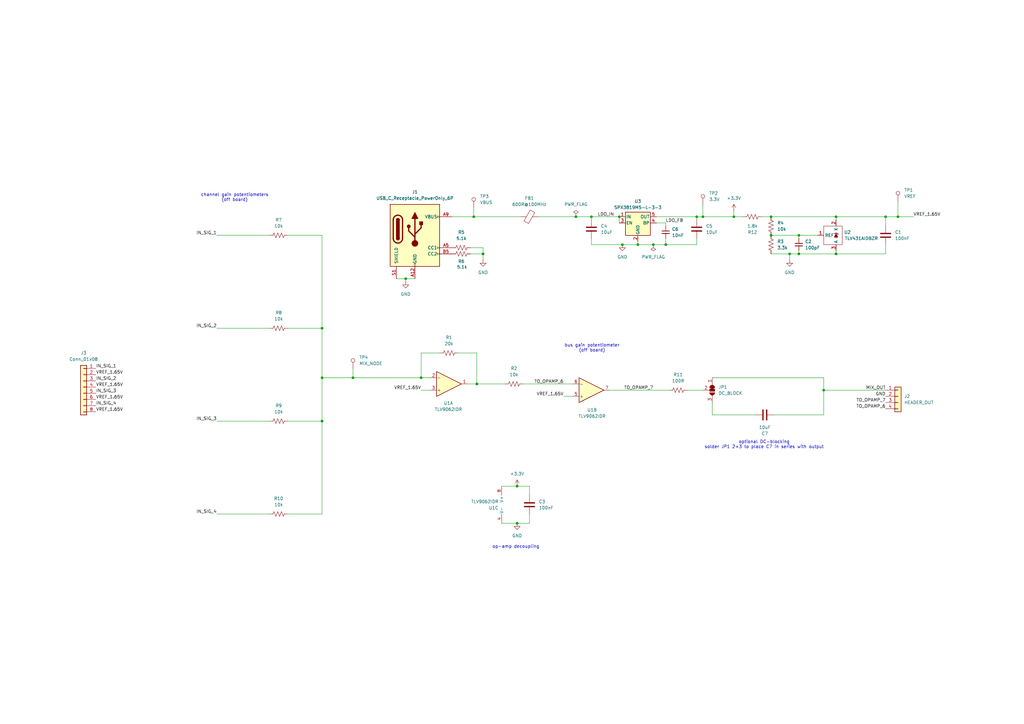
<source format=kicad_sch>
(kicad_sch (version 20250114) (generator "eeschema") (generator_version "9.0")
  (paper "A3")
  (lib_symbols
    (symbol "Amplifier_Operational:TLV9062" (pin_names (offset 0.127))
      (property "Reference" "U" (at 0 5.08 0))
      (property "Value" "TLV9062" (at 0 -5.08 0))
      (symbol "TLV9062_1_1"
        (polyline (pts (xy -5.08 5.08) (xy 5.08 0) (xy -5.08 -5.08) (xy -5.08 5.08)) (stroke (width 0.254)) (fill (type background)))
        (pin input line (at -7.62 2.54 0) (length 2.54) (name "+") (number "3"))
        (pin input line (at -7.62 -2.54 0) (length 2.54) (name "-") (number "2"))
        (pin output line (at 7.62 0 180) (length 2.54) (name "~") (number "1"))
      )
      (symbol "TLV9062_2_1"
        (polyline (pts (xy -5.08 5.08) (xy 5.08 0) (xy -5.08 -5.08) (xy -5.08 5.08)) (stroke (width 0.254)) (fill (type background)))
        (pin input line (at -7.62 2.54 0) (length 2.54) (name "+") (number "5"))
        (pin input line (at -7.62 -2.54 0) (length 2.54) (name "-") (number "6"))
        (pin output line (at 7.62 0 180) (length 2.54) (name "~") (number "7"))
      )
      (symbol "TLV9062_3_1"
        (pin power_in line (at -2.54 7.62 270) (length 3.81) (name "V+") (number "8"))
        (pin power_in line (at -2.54 -7.62 90) (length 3.81) (name "V-") (number "4"))
      )
    )
    (symbol "Connector:TestPoint" (pin_numbers (hide yes)) (pin_names (offset 0.762) (hide yes))
      (property "Reference" "TP" (at 0 6.858 0))
      (property "Value" "TestPoint" (at 0 5.08 0))
      (symbol "TestPoint_0_1"
        (circle (center 0 3.302) (radius 0.762))
      )
      (symbol "TestPoint_1_1"
        (pin passive line (at 0 0 90) (length 2.54) (name "1") (number "1"))
      )
    )
    (symbol "Connector:USB_C_Receptacle_PowerOnly_6P" (pin_names (offset 1.016))
      (property "Reference" "J" (at 0 16.51 0))
      (property "Value" "USB_C_Receptacle_PowerOnly_6P" (at 0 13.97 0))
      (symbol "USB_C_Receptacle_PowerOnly_6P_0_0"
        (rectangle (start -0.254 -12.7) (end 0.254 -11.684))
        (rectangle (start 10.16 7.874) (end 9.144 7.366))
        (rectangle (start 10.16 -4.826) (end 9.144 -5.334))
        (rectangle (start 10.16 -7.366) (end 9.144 -7.874))
      )
      (symbol "USB_C_Receptacle_PowerOnly_6P_0_1"
        (rectangle (start -10.16 12.7) (end 10.16 -12.7) (stroke (width 0.254)) (fill (type background)))
        (polyline (pts (xy -8.89 -1.27) (xy -8.89 6.35)) (stroke (width 0.508)))
        (rectangle (start -7.62 -1.27) (end -6.35 6.35) (stroke (width 0.254)) (fill (type outline)))
        (arc (start -7.62 6.35) (mid -6.985 6.9823) (end -6.35 6.35) (stroke (width 0.254)))
        (arc (start -7.62 6.35) (mid -6.985 6.9823) (end -6.35 6.35) (stroke (width 0.254)) (fill (type outline)))
        (arc (start -8.89 6.35) (mid -6.985 8.2467) (end -5.08 6.35) (stroke (width 0.508)))
        (arc (start -5.08 -1.27) (mid -6.985 -3.1667) (end -8.89 -1.27) (stroke (width 0.508)))
        (arc (start -6.35 -1.27) (mid -6.985 -1.9023) (end -7.62 -1.27) (stroke (width 0.254)))
        (arc (start -6.35 -1.27) (mid -6.985 -1.9023) (end -7.62 -1.27) (stroke (width 0.254)) (fill (type outline)))
        (polyline (pts (xy -5.08 6.35) (xy -5.08 -1.27)) (stroke (width 0.508)))
        (circle (center -2.54 3.683) (radius 0.635) (stroke (width 0.254)) (fill (type outline)))
        (polyline (pts (xy -1.27 6.858) (xy 0 9.398) (xy 1.27 6.858) (xy -1.27 6.858)) (stroke (width 0.254)) (fill (type outline)))
        (polyline (pts (xy 0 0.508) (xy 2.54 3.048) (xy 2.54 4.318)) (stroke (width 0.508)))
        (polyline (pts (xy 0 -0.762) (xy -2.54 1.778) (xy -2.54 3.048)) (stroke (width 0.508)))
        (polyline (pts (xy 0 -3.302) (xy 0 6.858)) (stroke (width 0.508)))
        (circle (center 0 -3.302) (radius 1.27) (fill (type outline)))
        (rectangle (start 1.905 4.318) (end 3.175 5.588) (stroke (width 0.254)) (fill (type outline)))
      )
      (symbol "USB_C_Receptacle_PowerOnly_6P_1_1"
        (pin passive line (at -7.62 -17.78 90) (length 5.08) (name "SHIELD") (number "S1"))
        (pin passive line (at 0 -17.78 90) (length 5.08) (name "GND") (number "A12"))
        (pin passive line (at 0 -17.78 90) (length 5.08) (hide yes) (name "GND") (number "B12"))
        (pin passive line (at 15.24 7.62 180) (length 5.08) (name "VBUS") (number "A9"))
        (pin passive line (at 15.24 7.62 180) (length 5.08) (hide yes) (name "VBUS") (number "B9"))
        (pin bidirectional line (at 15.24 -5.08 180) (length 5.08) (name "CC1") (number "A5"))
        (pin bidirectional line (at 15.24 -7.62 180) (length 5.08) (name "CC2") (number "B5"))
      )
    )
    (symbol "Connector_Generic:Conn_01x04" (pin_names (offset 1.016) (hide yes))
      (property "Reference" "J" (at 0 5.08 0))
      (property "Value" "Conn_01x04" (at 0 -7.62 0))
      (symbol "Conn_01x04_1_1"
        (rectangle (start -1.27 3.81) (end 1.27 -6.35) (stroke (width 0.254)) (fill (type background)))
        (rectangle (start -1.27 2.667) (end 0 2.413) (stroke (width 0.1524)))
        (rectangle (start -1.27 0.127) (end 0 -0.127) (stroke (width 0.1524)))
        (rectangle (start -1.27 -2.413) (end 0 -2.667) (stroke (width 0.1524)))
        (rectangle (start -1.27 -4.953) (end 0 -5.207) (stroke (width 0.1524)))
        (pin passive line (at -5.08 2.54 0) (length 3.81) (name "Pin_1") (number "1"))
        (pin passive line (at -5.08 0 0) (length 3.81) (name "Pin_2") (number "2"))
        (pin passive line (at -5.08 -2.54 0) (length 3.81) (name "Pin_3") (number "3"))
        (pin passive line (at -5.08 -5.08 0) (length 3.81) (name "Pin_4") (number "4"))
      )
    )
    (symbol "Connector_Generic:Conn_01x08" (pin_names (offset 1.016) (hide yes))
      (property "Reference" "J" (at 0 10.16 0))
      (property "Value" "Conn_01x08" (at 0 -12.7 0))
      (symbol "Conn_01x08_1_1"
        (rectangle (start -1.27 8.89) (end 1.27 -11.43) (stroke (width 0.254)) (fill (type background)))
        (rectangle (start -1.27 7.747) (end 0 7.493) (stroke (width 0.1524)))
        (rectangle (start -1.27 5.207) (end 0 4.953) (stroke (width 0.1524)))
        (rectangle (start -1.27 2.667) (end 0 2.413) (stroke (width 0.1524)))
        (rectangle (start -1.27 0.127) (end 0 -0.127) (stroke (width 0.1524)))
        (rectangle (start -1.27 -2.413) (end 0 -2.667) (stroke (width 0.1524)))
        (rectangle (start -1.27 -4.953) (end 0 -5.207) (stroke (width 0.1524)))
        (rectangle (start -1.27 -7.493) (end 0 -7.747) (stroke (width 0.1524)))
        (rectangle (start -1.27 -10.033) (end 0 -10.287) (stroke (width 0.1524)))
        (pin passive line (at -5.08 7.62 0) (length 3.81) (name "Pin_1") (number "1"))
        (pin passive line (at -5.08 5.08 0) (length 3.81) (name "Pin_2") (number "2"))
        (pin passive line (at -5.08 2.54 0) (length 3.81) (name "Pin_3") (number "3"))
        (pin passive line (at -5.08 0 0) (length 3.81) (name "Pin_4") (number "4"))
        (pin passive line (at -5.08 -2.54 0) (length 3.81) (name "Pin_5") (number "5"))
        (pin passive line (at -5.08 -5.08 0) (length 3.81) (name "Pin_6") (number "6"))
        (pin passive line (at -5.08 -7.62 0) (length 3.81) (name "Pin_7") (number "7"))
        (pin passive line (at -5.08 -10.16 0) (length 3.81) (name "Pin_8") (number "8"))
      )
    )
    (symbol "Device:C" (pin_numbers (hide yes)) (pin_names (offset 0.254))
      (property "Reference" "C" (at 0.635 2.54 0))
      (property "Value" "C" (at 0.635 -2.54 0))
      (symbol "C_0_1"
        (polyline (pts (xy -2.032 0.762) (xy 2.032 0.762)) (stroke (width 0.508)))
        (polyline (pts (xy -2.032 -0.762) (xy 2.032 -0.762)) (stroke (width 0.508)))
      )
      (symbol "C_1_1"
        (pin passive line (at 0 3.81 270) (length 2.794) (name "~") (number "1"))
        (pin passive line (at 0 -3.81 90) (length 2.794) (name "~") (number "2"))
      )
    )
    (symbol "Device:C_Small" (pin_numbers (hide yes)) (pin_names (offset 0.254) (hide yes))
      (property "Reference" "C" (at 0.254 1.778 0))
      (property "Value" "C_Small" (at 0.254 -2.032 0))
      (symbol "C_Small_0_1"
        (polyline (pts (xy -1.524 0.508) (xy 1.524 0.508)) (stroke (width 0.3048)))
        (polyline (pts (xy -1.524 -0.508) (xy 1.524 -0.508)) (stroke (width 0.3302)))
      )
      (symbol "C_Small_1_1"
        (pin passive line (at 0 2.54 270) (length 2.032) (name "~") (number "1"))
        (pin passive line (at 0 -2.54 90) (length 2.032) (name "~") (number "2"))
      )
    )
    (symbol "Device:FerriteBead" (pin_numbers (hide yes)) (pin_names (offset 0))
      (property "Reference" "FB" (at -3.81 0.635 90))
      (property "Value" "FerriteBead" (at 3.81 0 90))
      (symbol "FerriteBead_0_1"
        (polyline (pts (xy -2.7686 0.4064) (xy -1.7018 2.2606) (xy 2.7686 -0.3048) (xy 1.6764 -2.159) (xy -2.7686 0.4064)))
        (polyline (pts (xy 0 1.27) (xy 0 1.2954)))
        (polyline (pts (xy 0 -1.27) (xy 0 -1.2192)))
      )
      (symbol "FerriteBead_1_1"
        (pin passive line (at 0 3.81 270) (length 2.54) (name "~") (number "1"))
        (pin passive line (at 0 -3.81 90) (length 2.54) (name "~") (number "2"))
      )
    )
    (symbol "Device:R_US" (pin_numbers (hide yes)) (pin_names (offset 0))
      (property "Reference" "R" (at 2.54 0 90))
      (property "Value" "R_US" (at -2.54 0 90))
      (symbol "R_US_0_1"
        (polyline (pts (xy 0 2.286) (xy 0 2.54)))
        (polyline (pts (xy 0 2.286) (xy 1.016 1.905) (xy 0 1.524) (xy -1.016 1.143) (xy 0 0.762)))
        (polyline (pts (xy 0 0.762) (xy 1.016 0.381) (xy 0 0) (xy -1.016 -0.381) (xy 0 -0.762)))
        (polyline (pts (xy 0 -0.762) (xy 1.016 -1.143) (xy 0 -1.524) (xy -1.016 -1.905) (xy 0 -2.286)))
        (polyline (pts (xy 0 -2.286) (xy 0 -2.54)))
      )
      (symbol "R_US_1_1"
        (pin passive line (at 0 3.81 270) (length 1.27) (name "~") (number "1"))
        (pin passive line (at 0 -3.81 90) (length 1.27) (name "~") (number "2"))
      )
    )
    (symbol "Jumper:SolderJumper_3_Bridged12" (pin_names (offset 0) (hide yes)) (in_bom no)
      (property "Reference" "JP" (at -2.54 -2.54 0))
      (property "Value" "SolderJumper_3_Bridged12" (at 0 2.794 0))
      (symbol "SolderJumper_3_Bridged12_0_1"
        (polyline (pts (xy -2.54 0) (xy -2.032 0)))
        (polyline (pts (xy -1.016 1.016) (xy -1.016 -1.016)))
        (rectangle (start -1.016 0.508) (end -0.508 -0.508) (fill (type outline)))
        (arc (start -1.016 -1.016) (mid -2.0276 0) (end -1.016 1.016))
        (arc (start -1.016 -1.016) (mid -2.0276 0) (end -1.016 1.016) (fill (type outline)))
        (rectangle (start -0.508 1.016) (end 0.508 -1.016) (fill (type outline)))
        (polyline (pts (xy 0 -1.27) (xy 0 -1.016)))
        (arc (start 1.016 1.016) (mid 2.0276 0) (end 1.016 -1.016))
        (arc (start 1.016 1.016) (mid 2.0276 0) (end 1.016 -1.016) (fill (type outline)))
        (polyline (pts (xy 1.016 1.016) (xy 1.016 -1.016)))
        (polyline (pts (xy 2.54 0) (xy 2.032 0)))
      )
      (symbol "SolderJumper_3_Bridged12_1_1"
        (pin passive line (at -5.08 0 0) (length 2.54) (name "A") (number "1"))
        (pin passive line (at 0 -3.81 90) (length 2.54) (name "C") (number "2"))
        (pin passive line (at 5.08 0 180) (length 2.54) (name "B") (number "3"))
      )
    )
    (symbol "Reference_Voltage:TL431DBZ"
      (property "Reference" "U2" (at 1.2701 -2.54 90))
      (property "Value" "TLV431AIDBZR" (at -1.2699 -2.54 90))
      (symbol "TL431DBZ_0_1"
        (rectangle (start -3.81 5.08) (end 3.81 -2.54))
        (polyline (pts (xy -1.27 0) (xy 0 0) (xy 1.27 0)))
        (polyline (pts (xy -0.762 -0.762) (xy -0.762 0.762) (xy 0.762 0) (xy -0.762 -0.762)) (fill (type outline)))
        (polyline (pts (xy 0.254 -0.762) (xy 0.762 -0.762) (xy 0.762 0.762) (xy 0.762 0.762)) (stroke (width 0.254)))
      )
      (symbol "TL431DBZ_1_1"
        (pin passive line (at -6.35 0 0) (length 2.54) (name "A") (number "3"))
        (pin passive line (at 0 7.62 270) (length 2.54) (name "REF") (number "1"))
        (pin passive line (at 6.35 0 180) (length 2.54) (name "K") (number "2"))
      )
    )
    (symbol "Regulator_Linear:SPX3819M5-L-3-3" (pin_names (offset 0.254))
      (property "Reference" "U" (at -3.81 5.715 0))
      (property "Value" "SPX3819M5-L-3-3" (at 0 5.715 0))
      (symbol "SPX3819M5-L-3-3_0_1"
        (rectangle (start -5.08 4.445) (end 5.08 -5.08) (stroke (width 0.254)) (fill (type background)))
      )
      (symbol "SPX3819M5-L-3-3_1_1"
        (pin power_in line (at -7.62 2.54 0) (length 2.54) (name "IN") (number "1"))
        (pin input line (at -7.62 0 0) (length 2.54) (name "EN") (number "3"))
        (pin power_in line (at 0 -7.62 90) (length 2.54) (name "GND") (number "2"))
        (pin power_out line (at 7.62 2.54 180) (length 2.54) (name "OUT") (number "5"))
        (pin input line (at 7.62 0 180) (length 2.54) (name "BP") (number "4"))
      )
    )
    (symbol "power:+3.3V" (power) (pin_numbers (hide yes)) (pin_names (offset 0) (hide yes))
      (property "Value" "+3.3V" (at 0 3.556 0))
      (symbol "+3.3V_0_1"
        (polyline (pts (xy -0.762 1.27) (xy 0 2.54)))
        (polyline (pts (xy 0 2.54) (xy 0.762 1.27)))
        (polyline (pts (xy 0 0) (xy 0 2.54)))
      )
      (symbol "+3.3V_1_1"
        (pin power_in line (at 0 0 90) (length 0) (name "~") (number "1"))
      )
    )
    (symbol "power:GND" (power) (pin_numbers (hide yes)) (pin_names (offset 0) (hide yes))
      (property "Value" "GND" (at 0 -3.81 0))
      (symbol "GND_0_1"
        (polyline (pts (xy 0 0) (xy 0 -1.27) (xy 1.27 -1.27) (xy 0 -2.54) (xy -1.27 -1.27) (xy 0 -1.27)))
      )
      (symbol "GND_1_1"
        (pin power_in line (at 0 0 270) (length 0) (name "~") (number "1"))
      )
    )
    (symbol "power:PWR_FLAG" (power) (pin_numbers (hide yes)) (pin_names (offset 0) (hide yes))
      (property "Value" "PWR_FLAG" (at 0 3.81 0))
      (symbol "PWR_FLAG_0_0"
        (pin power_out line (at 0 0 90) (length 0) (name "~") (number "1"))
      )
      (symbol "PWR_FLAG_0_1"
        (polyline (pts (xy 0 0) (xy 0 1.27) (xy -1.016 1.905) (xy 0 2.54) (xy 1.016 1.905) (xy 0 1.27)))
      )
    )
  )
  (text "bus gain potentiometer\n(off board)" (at 242.824 142.748 0) (effects (font (size 1.27 1.27))))
  (text "channel gain potentiometers\n(off board)" (at 96.266 81.026 0) (effects (font (size 1.27 1.27))))
  (text "op-amp decoupling" (at 211.582 224.282 0) (effects (font (size 1.27 1.27))))
  (text "optional DC-blocking\nsolder JP1 2+3 to place C7 in series with output" (at 313.436 182.372 0) (effects (font (size 1.27 1.27))))
  (junction (at 316.23 88.9))
  (junction (at 342.9 104.14))
  (junction (at 342.9 88.9))
  (junction (at 212.09 214.63))
  (junction (at 327.66 96.52))
  (junction (at 172.72 154.94))
  (junction (at 368.3 88.9))
  (junction (at 288.29 88.9))
  (junction (at 255.27 100.33))
  (junction (at 254 88.9))
  (junction (at 337.82 160.02))
  (junction (at 198.12 104.14))
  (junction (at 300.99 88.9))
  (junction (at 236.22 88.9))
  (junction (at 132.08 154.94))
  (junction (at 194.31 88.9))
  (junction (at 132.08 172.72))
  (junction (at 363.22 88.9))
  (junction (at 327.66 104.14))
  (junction (at 242.57 88.9))
  (junction (at 195.58 157.48))
  (junction (at 267.97 100.33))
  (junction (at 285.75 88.9))
  (junction (at 212.09 199.39))
  (junction (at 323.85 104.14))
  (junction (at 166.37 114.3))
  (junction (at 261.62 100.33))
  (junction (at 316.23 96.52))
  (junction (at 132.08 134.62))
  (junction (at 144.78 154.94))
  (junction (at 273.05 100.33))
  (wire (pts (xy 316.23 88.9) (xy 342.9 88.9)))
  (wire (pts (xy 212.09 199.39) (xy 205.74 199.39)))
  (wire (pts (xy 261.62 100.33) (xy 261.62 99.06)))
  (wire (pts (xy 368.3 82.55) (xy 368.3 88.9)))
  (wire (pts (xy 166.37 114.3) (xy 170.18 114.3)))
  (wire (pts (xy 217.17 210.82) (xy 217.17 214.63)))
  (wire (pts (xy 198.12 104.14) (xy 198.12 106.68)))
  (wire (pts (xy 88.9 96.52) (xy 110.49 96.52)))
  (wire (pts (xy 363.22 88.9) (xy 368.3 88.9)))
  (wire (pts (xy 191.77 157.48) (xy 195.58 157.48)))
  (wire (pts (xy 132.08 154.94) (xy 144.78 154.94)))
  (wire (pts (xy 337.82 160.02) (xy 363.22 160.02)))
  (wire (pts (xy 242.57 100.33) (xy 255.27 100.33)))
  (wire (pts (xy 337.82 160.02) (xy 337.82 170.18)))
  (wire (pts (xy 267.97 100.33) (xy 273.05 100.33)))
  (wire (pts (xy 88.9 134.62) (xy 110.49 134.62)))
  (wire (pts (xy 217.17 203.2) (xy 217.17 199.39)))
  (wire (pts (xy 220.98 88.9) (xy 236.22 88.9)))
  (wire (pts (xy 194.31 88.9) (xy 213.36 88.9)))
  (wire (pts (xy 337.82 154.94) (xy 337.82 160.02)))
  (wire (pts (xy 255.27 100.33) (xy 261.62 100.33)))
  (wire (pts (xy 250.19 160.02) (xy 274.32 160.02)))
  (wire (pts (xy 187.96 144.78) (xy 195.58 144.78)))
  (wire (pts (xy 214.63 157.48) (xy 234.95 157.48)))
  (wire (pts (xy 273.05 91.44) (xy 273.05 92.71)))
  (wire (pts (xy 316.23 104.14) (xy 323.85 104.14)))
  (wire (pts (xy 273.05 100.33) (xy 285.75 100.33)))
  (wire (pts (xy 312.42 88.9) (xy 316.23 88.9)))
  (wire (pts (xy 144.78 154.94) (xy 172.72 154.94)))
  (wire (pts (xy 88.9 210.82) (xy 110.49 210.82)))
  (wire (pts (xy 323.85 104.14) (xy 327.66 104.14)))
  (wire (pts (xy 118.11 172.72) (xy 132.08 172.72)))
  (wire (pts (xy 285.75 90.17) (xy 285.75 88.9)))
  (wire (pts (xy 172.72 144.78) (xy 172.72 154.94)))
  (wire (pts (xy 217.17 214.63) (xy 212.09 214.63)))
  (wire (pts (xy 236.22 88.9) (xy 242.57 88.9)))
  (wire (pts (xy 242.57 88.9) (xy 242.57 90.17)))
  (wire (pts (xy 132.08 134.62) (xy 132.08 154.94)))
  (wire (pts (xy 162.56 114.3) (xy 166.37 114.3)))
  (wire (pts (xy 285.75 88.9) (xy 288.29 88.9)))
  (wire (pts (xy 363.22 104.14) (xy 363.22 100.33)))
  (wire (pts (xy 327.66 104.14) (xy 342.9 104.14)))
  (wire (pts (xy 172.72 154.94) (xy 176.53 154.94)))
  (wire (pts (xy 261.62 100.33) (xy 267.97 100.33)))
  (wire (pts (xy 342.9 90.17) (xy 342.9 88.9)))
  (wire (pts (xy 176.53 160.02) (xy 172.72 160.02)))
  (wire (pts (xy 269.24 91.44) (xy 273.05 91.44)))
  (wire (pts (xy 285.75 100.33) (xy 285.75 97.79)))
  (wire (pts (xy 195.58 157.48) (xy 207.01 157.48)))
  (wire (pts (xy 292.1 170.18) (xy 309.88 170.18)))
  (wire (pts (xy 323.85 104.14) (xy 323.85 106.68)))
  (wire (pts (xy 212.09 214.63) (xy 205.74 214.63)))
  (wire (pts (xy 342.9 102.87) (xy 342.9 104.14)))
  (wire (pts (xy 327.66 96.52) (xy 335.28 96.52)))
  (wire (pts (xy 300.99 86.36) (xy 300.99 88.9)))
  (wire (pts (xy 292.1 154.94) (xy 337.82 154.94)))
  (wire (pts (xy 195.58 157.48) (xy 195.58 144.78)))
  (wire (pts (xy 273.05 97.79) (xy 273.05 100.33)))
  (wire (pts (xy 132.08 96.52) (xy 132.08 134.62)))
  (wire (pts (xy 132.08 172.72) (xy 132.08 210.82)))
  (wire (pts (xy 166.37 114.3) (xy 166.37 115.57)))
  (wire (pts (xy 172.72 144.78) (xy 180.34 144.78)))
  (wire (pts (xy 368.3 88.9) (xy 374.65 88.9)))
  (wire (pts (xy 281.94 160.02) (xy 288.29 160.02)))
  (wire (pts (xy 316.23 96.52) (xy 327.66 96.52)))
  (wire (pts (xy 242.57 88.9) (xy 254 88.9)))
  (wire (pts (xy 88.9 172.72) (xy 110.49 172.72)))
  (wire (pts (xy 194.31 85.09) (xy 194.31 88.9)))
  (wire (pts (xy 118.11 134.62) (xy 132.08 134.62)))
  (wire (pts (xy 363.22 92.71) (xy 363.22 88.9)))
  (wire (pts (xy 342.9 88.9) (xy 363.22 88.9)))
  (wire (pts (xy 198.12 101.6) (xy 198.12 104.14)))
  (wire (pts (xy 269.24 88.9) (xy 285.75 88.9)))
  (wire (pts (xy 342.9 104.14) (xy 363.22 104.14)))
  (wire (pts (xy 217.17 199.39) (xy 212.09 199.39)))
  (wire (pts (xy 317.5 170.18) (xy 337.82 170.18)))
  (wire (pts (xy 327.66 96.52) (xy 327.66 97.79)))
  (wire (pts (xy 231.14 162.56) (xy 234.95 162.56)))
  (wire (pts (xy 132.08 154.94) (xy 132.08 172.72)))
  (wire (pts (xy 118.11 96.52) (xy 132.08 96.52)))
  (wire (pts (xy 193.04 104.14) (xy 198.12 104.14)))
  (wire (pts (xy 292.1 165.1) (xy 292.1 170.18)))
  (wire (pts (xy 327.66 102.87) (xy 327.66 104.14)))
  (wire (pts (xy 193.04 101.6) (xy 198.12 101.6)))
  (wire (pts (xy 242.57 97.79) (xy 242.57 100.33)))
  (wire (pts (xy 300.99 88.9) (xy 304.8 88.9)))
  (wire (pts (xy 254 88.9) (xy 254 91.44)))
  (wire (pts (xy 118.11 210.82) (xy 132.08 210.82)))
  (wire (pts (xy 144.78 151.13) (xy 144.78 154.94)))
  (wire (pts (xy 185.42 88.9) (xy 194.31 88.9)))
  (wire (pts (xy 288.29 88.9) (xy 300.99 88.9)))
  (wire (pts (xy 288.29 83.82) (xy 288.29 88.9)))
  (label "IN_SIG_1" (at 39.37 151.13 0))
  (label "TO_OPAMP_7" (at 363.22 165.1 180))
  (label "MIX_OUT" (at 363.22 160.02 180))
  (label "VREF_1.65V" (at 39.37 168.91 0))
  (label "TO_OPAMP_7" (at 267.97 160.02 180))
  (label "VREF_1.65V" (at 39.37 163.83 0))
  (label "IN_SIG_4" (at 88.9 210.82 180))
  (label "VREF_1.65V" (at 39.37 158.75 0))
  (label "VREF_1.65V" (at 231.14 162.56 180))
  (label "LDO_IN" (at 245.11 88.9 0))
  (label "TO_OPAMP_6" (at 231.14 157.48 180))
  (label "IN_SIG_4" (at 39.37 166.37 0))
  (label "IN_SIG_2" (at 88.9 134.62 180))
  (label "VREF_1.65V" (at 374.65 88.9 0))
  (label "IN_SIG_1" (at 88.9 96.52 180))
  (label "TO_OPAMP_6" (at 363.22 167.64 180))
  (label "IN_SIG_3" (at 39.37 161.29 0))
  (label "VREF_1.65V" (at 39.37 153.67 0))
  (label "IN_SIG_2" (at 39.37 156.21 0))
  (label "IN_SIG_3" (at 88.9 172.72 180))
  (label "VREF_1.65V" (at 172.72 160.02 180))
  (label "GND" (at 363.22 162.56 180))
  (label "LDO_FB" (at 273.05 91.44 0))
  (symbol (lib_id "Amplifier_Operational:TLV9062") (at 184.15 157.48 0) (mirror x) (unit 1)
    (property "Reference" "U1" (at 183.896 165.354 0))
    (property "Value" "TLV9062IDR" (at 183.896 167.894 0))
    (property "Footprint" "Package_SO:SOIC-8_3.9x4.9mm_P1.27mm" (effects (hide yes)))
    (property "Datasheet" "https://www.ti.com/lit/ds/symlink/tlv9062.pdf" (effects (hide yes)))
    (property "Description" "Dual Operational Amplifiers, SOIC-8/TSSOP-8/VSSOP-8" (effects (hide yes)))
  )
  (symbol (lib_id "Device:R_US") (at 189.23 101.6 90) (unit 1)
    (property "Reference" "R5" (at 189.23 95.25 90))
    (property "Value" "5.1k" (at 189.23 97.79 90))
    (property "Footprint" "Resistor_SMD:R_0603_1608Metric" (effects (hide yes)))
    (property "Description" "Resistor, US symbol" (effects (hide yes)))
  )
  (symbol (lib_id "Device:R_US") (at 278.13 160.02 90) (unit 1)
    (property "Reference" "R11" (at 278.13 153.67 90))
    (property "Value" "100R" (at 278.13 156.21 90))
    (property "Footprint" "Resistor_SMD:R_0603_1608Metric" (effects (hide yes)))
    (property "Description" "Resistor, US symbol" (effects (hide yes)))
  )
  (symbol (lib_id "Device:R_US") (at 308.61 88.9 90) (unit 1)
    (property "Reference" "R12" (at 308.61 95.25 90))
    (property "Value" "1.8k" (at 308.61 92.71 90))
    (property "Footprint" "Resistor_SMD:R_0603_1608Metric" (effects (hide yes)))
    (property "Description" "Resistor, US symbol" (effects (hide yes)))
  )
  (symbol (lib_id "Connector:TestPoint") (at 288.29 83.82 0) (unit 1)
    (property "Reference" "TP2" (at 290.83 79.2479 0) (effects (justify left)))
    (property "Value" "3.3V" (at 290.83 81.7879 0) (effects (justify left)))
    (property "Footprint" "TestPoint:TestPoint_THTPad_D2.0mm_Drill1.0mm" (effects (hide yes)))
    (property "Description" "test point" (effects (hide yes)))
  )
  (symbol (lib_id "Jumper:SolderJumper_3_Bridged12") (at 292.1 160.02 270) (unit 1) (in_bom no)
    (property "Reference" "JP1" (at 294.64 158.7499 90) (effects (justify left)))
    (property "Value" "DC_BLOCK" (at 294.64 161.2899 90) (effects (justify left)))
    (property "Footprint" "elemental_jumper:SolderJumper-3_P1.3mm_Open_RoundedPad1.0x1.5mm" (effects (hide yes)))
    (property "Description" "3-pole Solder Jumper, pins 1+2 closed/bridged" (effects (hide yes)))
  )
  (symbol (lib_id "Device:R_US") (at 114.3 172.72 90) (unit 1)
    (property "Reference" "R9" (at 114.3 166.37 90))
    (property "Value" "10k" (at 114.3 168.91 90))
    (property "Footprint" "Resistor_SMD:R_0603_1608Metric" (effects (hide yes)))
    (property "Description" "Resistor, US symbol" (effects (hide yes)))
  )
  (symbol (lib_id "Regulator_Linear:SPX3819M5-L-3-3") (at 261.62 91.44 0) (unit 1)
    (property "Reference" "U3" (at 261.62 82.55 0))
    (property "Value" "SPX3819M5-L-3-3" (at 261.62 85.09 0))
    (property "Footprint" "Package_TO_SOT_SMD:SOT-23-5" (effects (hide yes)))
    (property "Datasheet" "https://www.exar.com/content/document.ashx?id=22106&languageid=1033&type=Datasheet&partnumber=SPX3819&filename=SPX3819.pdf&part=SPX3819" (effects (hide yes)))
    (property "Description" "500mA Low drop-out regulator, Fixed Output 3.3V, SOT-23-5" (effects (hide yes)))
  )
  (symbol (lib_id "Device:C") (at 285.75 93.98 0) (unit 1)
    (property "Reference" "C5" (at 289.56 92.7099 0) (effects (justify left)))
    (property "Value" "10uF" (at 289.56 95.2499 0) (effects (justify left)))
    (property "Footprint" "Capacitor_SMD:C_1206_3216Metric" (effects (hide yes)))
    (property "Description" "Unpolarized capacitor" (effects (hide yes)))
  )
  (symbol (lib_id "power:PWR_FLAG") (at 236.22 88.9 0) (unit 1)
    (property "Reference" "#FLG01" (effects (hide yes)))
    (property "Value" "PWR_FLAG" (at 236.22 83.82 0))
    (property "Description" "Special symbol for telling ERC where power comes from" (effects (hide yes)))
  )
  (symbol (lib_id "Device:C") (at 313.69 170.18 270) (mirror x) (unit 1)
    (property "Reference" "C7" (at 313.69 177.8 90))
    (property "Value" "10uF" (at 313.69 175.26 90))
    (property "Footprint" "Capacitor_SMD:C_1206_3216Metric" (effects (hide yes)))
    (property "Description" "Unpolarized capacitor" (effects (hide yes)))
  )
  (symbol (lib_id "Device:R_US") (at 114.3 96.52 90) (unit 1)
    (property "Reference" "R7" (at 114.3 90.17 90))
    (property "Value" "10k" (at 114.3 92.71 90))
    (property "Footprint" "Resistor_SMD:R_0603_1608Metric" (effects (hide yes)))
    (property "Description" "Resistor, US symbol" (effects (hide yes)))
  )
  (symbol (lib_id "Device:FerriteBead") (at 217.17 88.9 90) (unit 1)
    (property "Reference" "FB1" (at 217.1192 81.28 90))
    (property "Value" "600R@100MHz" (at 217.1192 83.82 90))
    (property "Footprint" "Inductor_SMD:L_0805_2012Metric" (effects (hide yes)))
    (property "Description" "Ferrite bead" (effects (hide yes)))
  )
  (symbol (lib_id "power:GND") (at 212.09 214.63 0) (unit 1)
    (property "Reference" "#PWR04" (effects (hide yes)))
    (property "Value" "GND" (at 212.09 219.71 0))
    (property "Description" "Power symbol creates a global label with name \"GND\" , ground" (effects (hide yes)))
  )
  (symbol (lib_id "Device:R_US") (at 189.23 104.14 90) (unit 1)
    (property "Reference" "R6" (at 189.23 107.188 90))
    (property "Value" "5.1k" (at 189.484 109.474 90))
    (property "Footprint" "Resistor_SMD:R_0603_1608Metric" (effects (hide yes)))
    (property "Description" "Resistor, US symbol" (effects (hide yes)))
  )
  (symbol (lib_id "Device:C") (at 217.17 207.01 0) (unit 1)
    (property "Reference" "C3" (at 220.98 205.7399 0) (effects (justify left)))
    (property "Value" "100nF" (at 220.98 208.2799 0) (effects (justify left)))
    (property "Footprint" "Capacitor_SMD:C_0603_1608Metric" (effects (hide yes)))
    (property "Description" "Unpolarized capacitor" (effects (hide yes)))
  )
  (symbol (lib_id "Connector:TestPoint") (at 368.3 82.55 0) (unit 1)
    (property "Reference" "TP1" (at 370.84 77.9779 0) (effects (justify left)))
    (property "Value" "VREF" (at 370.84 80.5179 0) (effects (justify left)))
    (property "Footprint" "TestPoint:TestPoint_THTPad_D2.0mm_Drill1.0mm" (effects (hide yes)))
    (property "Description" "test point" (effects (hide yes)))
  )
  (symbol (lib_id "power:PWR_FLAG") (at 267.97 100.33 180) (unit 1)
    (property "Reference" "#FLG02" (effects (hide yes)))
    (property "Value" "PWR_FLAG" (at 267.97 105.41 0))
    (property "Description" "Special symbol for telling ERC where power comes from" (effects (hide yes)))
  )
  (symbol (lib_id "Device:C") (at 363.22 96.52 0) (unit 1)
    (property "Reference" "C1" (at 367.03 95.2499 0) (effects (justify left)))
    (property "Value" "100nF" (at 367.03 97.7899 0) (effects (justify left)))
    (property "Footprint" "Capacitor_SMD:C_0603_1608Metric" (effects (hide yes)))
    (property "Description" "Unpolarized capacitor" (effects (hide yes)))
  )
  (symbol (lib_id "Device:C_Small") (at 273.05 95.25 0) (unit 1)
    (property "Reference" "C6" (at 275.59 93.9862 0) (effects (justify left)))
    (property "Value" "10nF" (at 275.59 96.5262 0) (effects (justify left)))
    (property "Footprint" "Capacitor_SMD:C_0805_2012Metric" (effects (hide yes)))
    (property "Description" "Unpolarized capacitor, small symbol" (effects (hide yes)))
  )
  (symbol (lib_id "Amplifier_Operational:TLV9062") (at 208.28 207.01 0) (unit 3)
    (property "Reference" "U1" (at 204.47 208.2801 0) (effects (justify right)))
    (property "Value" "TLV9062IDR" (at 204.47 205.7401 0) (effects (justify right)))
    (property "Footprint" "Package_SO:SOIC-8_3.9x4.9mm_P1.27mm" (effects (hide yes)))
    (property "Datasheet" "https://www.ti.com/lit/ds/symlink/tlv9062.pdf" (effects (hide yes)))
    (property "Description" "Dual Operational Amplifiers, SOIC-8/TSSOP-8/VSSOP-8" (effects (hide yes)))
  )
  (symbol (lib_id "power:+3.3V") (at 300.99 86.36 0) (unit 1)
    (property "Reference" "#PWR08" (effects (hide yes)))
    (property "Value" "+3.3V" (at 300.99 81.28 0))
    (property "Description" "Power symbol creates a global label with name \"+3.3V\"" (effects (hide yes)))
  )
  (symbol (lib_id "power:GND") (at 323.85 106.68 0) (unit 1)
    (property "Reference" "#PWR01" (effects (hide yes)))
    (property "Value" "GND" (at 323.85 111.76 0))
    (property "Description" "Power symbol creates a global label with name \"GND\" , ground" (effects (hide yes)))
  )
  (symbol (lib_id "Device:R_US") (at 114.3 210.82 90) (unit 1)
    (property "Reference" "R10" (at 114.3 204.47 90))
    (property "Value" "10k" (at 114.3 207.01 90))
    (property "Footprint" "Resistor_SMD:R_0603_1608Metric" (effects (hide yes)))
    (property "Description" "Resistor, US symbol" (effects (hide yes)))
  )
  (symbol (lib_id "Connector_Generic:Conn_01x04") (at 368.3 162.56 0) (unit 1)
    (property "Reference" "J2" (at 370.84 162.5599 0) (effects (justify left)))
    (property "Value" "HEADER_OUT" (at 370.84 165.0999 0) (effects (justify left)))
    (property "Footprint" "Connector_PinHeader_2.54mm:PinHeader_1x04_P2.54mm_Vertical" (effects (hide yes)))
    (property "Description" "Generic connector, single row, 01x04, script generated (kicad-library-utils/schlib/autogen/connector/)" (effects (hide yes)))
  )
  (symbol (lib_id "Connector:USB_C_Receptacle_PowerOnly_6P") (at 170.18 96.52 0) (unit 1)
    (property "Reference" "J1" (at 170.18 78.74 0))
    (property "Value" "USB_C_Receptacle_PowerOnly_6P" (at 170.18 81.28 0))
    (property "Footprint" "Connector_USB:USB_C_Receptacle_HRO_TYPE-C-31-M-17" (effects (hide yes)))
    (property "Datasheet" "https://www.usb.org/sites/default/files/documents/usb_type-c.zip" (effects (hide yes)))
    (property "Description" "USB Power-Only 6P Type-C Receptacle connector" (effects (hide yes)))
  )
  (symbol (lib_id "Device:R_US") (at 316.23 92.71 0) (unit 1)
    (property "Reference" "R4" (at 318.77 91.4399 0) (effects (justify left)))
    (property "Value" "10k" (at 318.77 93.9799 0) (effects (justify left)))
    (property "Footprint" "Resistor_SMD:R_0603_1608Metric" (effects (hide yes)))
    (property "Description" "Resistor, US symbol" (effects (hide yes)))
  )
  (symbol (lib_id "Device:C_Small") (at 327.66 100.33 0) (unit 1)
    (property "Reference" "C2" (at 330.2 99.0662 0) (effects (justify left)))
    (property "Value" "100pF" (at 330.2 101.6062 0) (effects (justify left)))
    (property "Footprint" "Capacitor_SMD:C_0603_1608Metric" (effects (hide yes)))
    (property "Description" "Unpolarized capacitor, small symbol" (effects (hide yes)))
  )
  (symbol (lib_id "Reference_Voltage:TL431DBZ") (at 342.9 96.52 90) (unit 1)
    (property "Reference" "U2" (at 346.202 95.25 90) (effects (justify right)))
    (property "Value" "TLV431AIDBZR" (at 346.456 97.79 90) (effects (justify right)))
    (property "Footprint" "Package_TO_SOT_SMD:SOT-23-3" (effects (hide yes)))
    (property "Datasheet" "http://www.ti.com/lit/ds/symlink/tl431.pdf" (effects (hide yes)))
    (property "Description" "Shunt Regulator, SOT-23" (effects (hide yes)))
  )
  (symbol (lib_id "Amplifier_Operational:TLV9062") (at 242.57 160.02 0) (mirror x) (unit 2)
    (property "Reference" "U1" (at 242.824 168.148 0))
    (property "Value" "TLV9062IDR" (at 242.824 170.688 0))
    (property "Footprint" "Package_SO:SOIC-8_3.9x4.9mm_P1.27mm" (effects (hide yes)))
    (property "Datasheet" "https://www.ti.com/lit/ds/symlink/tlv9062.pdf" (effects (hide yes)))
    (property "Description" "Dual Operational Amplifiers, SOIC-8/TSSOP-8/VSSOP-8" (effects (hide yes)))
  )
  (symbol (lib_id "Connector:TestPoint") (at 194.31 85.09 0) (unit 1)
    (property "Reference" "TP3" (at 196.85 80.5179 0) (effects (justify left)))
    (property "Value" "VBUS" (at 196.85 83.0579 0) (effects (justify left)))
    (property "Footprint" "TestPoint:TestPoint_THTPad_D2.0mm_Drill1.0mm" (effects (hide yes)))
    (property "Description" "test point" (effects (hide yes)))
  )
  (symbol (lib_id "Device:C") (at 242.57 93.98 0) (unit 1)
    (property "Reference" "C4" (at 246.38 92.7099 0) (effects (justify left)))
    (property "Value" "10uF" (at 246.38 95.2499 0) (effects (justify left)))
    (property "Footprint" "Capacitor_SMD:C_1206_3216Metric" (effects (hide yes)))
    (property "Description" "Unpolarized capacitor" (effects (hide yes)))
  )
  (symbol (lib_id "Connector:TestPoint") (at 144.78 151.13 0) (unit 1)
    (property "Reference" "TP4" (at 147.32 146.5579 0) (effects (justify left)))
    (property "Value" "MIX_NODE" (at 147.32 149.0979 0) (effects (justify left)))
    (property "Footprint" "TestPoint:TestPoint_THTPad_D2.0mm_Drill1.0mm" (effects (hide yes)))
    (property "Description" "test point" (effects (hide yes)))
  )
  (symbol (lib_id "Device:R_US") (at 210.82 157.48 90) (unit 1)
    (property "Reference" "R2" (at 210.82 151.13 90))
    (property "Value" "10k" (at 210.82 153.67 90))
    (property "Footprint" "Resistor_SMD:R_0603_1608Metric" (effects (hide yes)))
    (property "Description" "Resistor, US symbol" (effects (hide yes)))
  )
  (symbol (lib_id "Device:R_US") (at 184.15 144.78 90) (unit 1)
    (property "Reference" "R1" (at 184.15 138.43 90))
    (property "Value" "20k" (at 184.15 140.97 90))
    (property "Footprint" "Resistor_SMD:R_0603_1608Metric" (effects (hide yes)))
    (property "Description" "Resistor, US symbol" (effects (hide yes)))
  )
  (symbol (lib_id "power:GND") (at 166.37 115.57 0) (unit 1)
    (property "Reference" "#PWR06" (effects (hide yes)))
    (property "Value" "GND" (at 166.37 120.65 0))
    (property "Description" "Power symbol creates a global label with name \"GND\" , ground" (effects (hide yes)))
  )
  (symbol (lib_id "power:+3.3V") (at 212.09 199.39 0) (unit 1)
    (property "Reference" "#PWR03" (effects (hide yes)))
    (property "Value" "+3.3V" (at 212.09 194.31 0))
    (property "Description" "Power symbol creates a global label with name \"+3.3V\"" (effects (hide yes)))
  )
  (symbol (lib_id "Device:R_US") (at 114.3 134.62 90) (unit 1)
    (property "Reference" "R8" (at 114.3 128.27 90))
    (property "Value" "10k" (at 114.3 130.81 90))
    (property "Footprint" "Resistor_SMD:R_0603_1608Metric" (effects (hide yes)))
    (property "Description" "Resistor, US symbol" (effects (hide yes)))
  )
  (symbol (lib_id "Connector_Generic:Conn_01x08") (at 34.29 158.75 0) (mirror y) (unit 1)
    (property "Reference" "J3" (at 34.29 144.78 0))
    (property "Value" "Conn_01x08" (at 34.29 147.32 0))
    (property "Footprint" "Connector_PinHeader_2.54mm:PinHeader_1x08_P2.54mm_Vertical" (effects (hide yes)))
    (property "Description" "Generic connector, single row, 01x08, script generated (kicad-library-utils/schlib/autogen/connector/)" (effects (hide yes)))
  )
  (symbol (lib_id "power:GND") (at 198.12 106.68 0) (unit 1)
    (property "Reference" "#PWR05" (effects (hide yes)))
    (property "Value" "GND" (at 198.12 111.76 0))
    (property "Description" "Power symbol creates a global label with name \"GND\" , ground" (effects (hide yes)))
  )
  (symbol (lib_id "Device:R_US") (at 316.23 100.33 0) (unit 1)
    (property "Reference" "R3" (at 318.77 99.0599 0) (effects (justify left)))
    (property "Value" "3.3k" (at 318.77 101.5999 0) (effects (justify left)))
    (property "Footprint" "Resistor_SMD:R_0603_1608Metric" (effects (hide yes)))
    (property "Description" "Resistor, US symbol" (effects (hide yes)))
  )
  (symbol (lib_id "power:GND") (at 255.27 100.33 0) (unit 1)
    (property "Reference" "#PWR07" (effects (hide yes)))
    (property "Value" "GND" (at 255.27 105.41 0))
    (property "Description" "Power symbol creates a global label with name \"GND\" , ground" (effects (hide yes)))
  )
)
</source>
